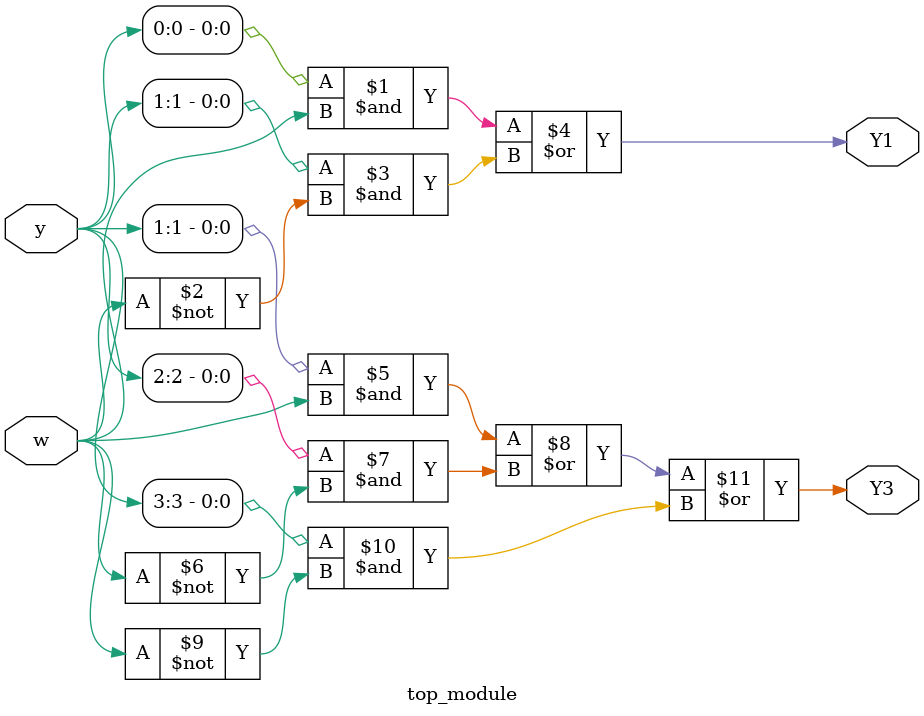
<source format=sv>
module top_module (
    input [5:0] y,
    input w,
    output Y1,
    output Y3
);

// Derive the Verilog expressions for Y1 and Y3 by inspection

// Y1 = y[0] & w + y[1] & ~w
assign Y1 = (y[0] & w) | (y[1] & ~w);

// Y3 = y[1] & w + y[2] & ~w + y[3] & ~w
assign Y3 = (y[1] & w) | (y[2] & ~w) | (y[3] & ~w);

endmodule

</source>
